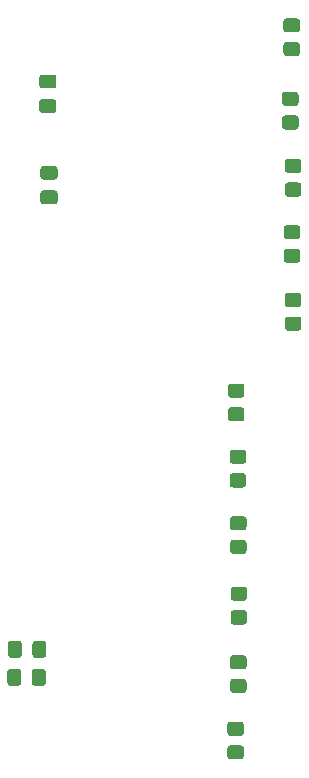
<source format=gbr>
%TF.GenerationSoftware,KiCad,Pcbnew,(5.1.12)-1*%
%TF.CreationDate,2024-09-26T07:51:33+09:00*%
%TF.ProjectId,imu_led_connect,696d755f-6c65-4645-9f63-6f6e6e656374,rev?*%
%TF.SameCoordinates,Original*%
%TF.FileFunction,Paste,Bot*%
%TF.FilePolarity,Positive*%
%FSLAX46Y46*%
G04 Gerber Fmt 4.6, Leading zero omitted, Abs format (unit mm)*
G04 Created by KiCad (PCBNEW (5.1.12)-1) date 2024-09-26 07:51:33*
%MOMM*%
%LPD*%
G01*
G04 APERTURE LIST*
G04 APERTURE END LIST*
%TO.C,R11*%
G36*
G01*
X70799999Y-130200000D02*
X71700001Y-130200000D01*
G75*
G02*
X71950000Y-130449999I0J-249999D01*
G01*
X71950000Y-131150001D01*
G75*
G02*
X71700001Y-131400000I-249999J0D01*
G01*
X70799999Y-131400000D01*
G75*
G02*
X70550000Y-131150001I0J249999D01*
G01*
X70550000Y-130449999D01*
G75*
G02*
X70799999Y-130200000I249999J0D01*
G01*
G37*
G36*
G01*
X70799999Y-128200000D02*
X71700001Y-128200000D01*
G75*
G02*
X71950000Y-128449999I0J-249999D01*
G01*
X71950000Y-129150001D01*
G75*
G02*
X71700001Y-129400000I-249999J0D01*
G01*
X70799999Y-129400000D01*
G75*
G02*
X70550000Y-129150001I0J249999D01*
G01*
X70550000Y-128449999D01*
G75*
G02*
X70799999Y-128200000I249999J0D01*
G01*
G37*
%TD*%
%TO.C,R10*%
G36*
G01*
X71024999Y-124575000D02*
X71925001Y-124575000D01*
G75*
G02*
X72175000Y-124824999I0J-249999D01*
G01*
X72175000Y-125525001D01*
G75*
G02*
X71925001Y-125775000I-249999J0D01*
G01*
X71024999Y-125775000D01*
G75*
G02*
X70775000Y-125525001I0J249999D01*
G01*
X70775000Y-124824999D01*
G75*
G02*
X71024999Y-124575000I249999J0D01*
G01*
G37*
G36*
G01*
X71024999Y-122575000D02*
X71925001Y-122575000D01*
G75*
G02*
X72175000Y-122824999I0J-249999D01*
G01*
X72175000Y-123525001D01*
G75*
G02*
X71925001Y-123775000I-249999J0D01*
G01*
X71024999Y-123775000D01*
G75*
G02*
X70775000Y-123525001I0J249999D01*
G01*
X70775000Y-122824999D01*
G75*
G02*
X71024999Y-122575000I249999J0D01*
G01*
G37*
%TD*%
%TO.C,R9*%
G36*
G01*
X71074999Y-118775000D02*
X71975001Y-118775000D01*
G75*
G02*
X72225000Y-119024999I0J-249999D01*
G01*
X72225000Y-119725001D01*
G75*
G02*
X71975001Y-119975000I-249999J0D01*
G01*
X71074999Y-119975000D01*
G75*
G02*
X70825000Y-119725001I0J249999D01*
G01*
X70825000Y-119024999D01*
G75*
G02*
X71074999Y-118775000I249999J0D01*
G01*
G37*
G36*
G01*
X71074999Y-116775000D02*
X71975001Y-116775000D01*
G75*
G02*
X72225000Y-117024999I0J-249999D01*
G01*
X72225000Y-117725001D01*
G75*
G02*
X71975001Y-117975000I-249999J0D01*
G01*
X71074999Y-117975000D01*
G75*
G02*
X70825000Y-117725001I0J249999D01*
G01*
X70825000Y-117024999D01*
G75*
G02*
X71074999Y-116775000I249999J0D01*
G01*
G37*
%TD*%
%TO.C,R8*%
G36*
G01*
X71024999Y-112800000D02*
X71925001Y-112800000D01*
G75*
G02*
X72175000Y-113049999I0J-249999D01*
G01*
X72175000Y-113750001D01*
G75*
G02*
X71925001Y-114000000I-249999J0D01*
G01*
X71024999Y-114000000D01*
G75*
G02*
X70775000Y-113750001I0J249999D01*
G01*
X70775000Y-113049999D01*
G75*
G02*
X71024999Y-112800000I249999J0D01*
G01*
G37*
G36*
G01*
X71024999Y-110800000D02*
X71925001Y-110800000D01*
G75*
G02*
X72175000Y-111049999I0J-249999D01*
G01*
X72175000Y-111750001D01*
G75*
G02*
X71925001Y-112000000I-249999J0D01*
G01*
X71024999Y-112000000D01*
G75*
G02*
X70775000Y-111750001I0J249999D01*
G01*
X70775000Y-111049999D01*
G75*
G02*
X71024999Y-110800000I249999J0D01*
G01*
G37*
%TD*%
%TO.C,R7*%
G36*
G01*
X70999999Y-107175000D02*
X71900001Y-107175000D01*
G75*
G02*
X72150000Y-107424999I0J-249999D01*
G01*
X72150000Y-108125001D01*
G75*
G02*
X71900001Y-108375000I-249999J0D01*
G01*
X70999999Y-108375000D01*
G75*
G02*
X70750000Y-108125001I0J249999D01*
G01*
X70750000Y-107424999D01*
G75*
G02*
X70999999Y-107175000I249999J0D01*
G01*
G37*
G36*
G01*
X70999999Y-105175000D02*
X71900001Y-105175000D01*
G75*
G02*
X72150000Y-105424999I0J-249999D01*
G01*
X72150000Y-106125001D01*
G75*
G02*
X71900001Y-106375000I-249999J0D01*
G01*
X70999999Y-106375000D01*
G75*
G02*
X70750000Y-106125001I0J249999D01*
G01*
X70750000Y-105424999D01*
G75*
G02*
X70999999Y-105175000I249999J0D01*
G01*
G37*
%TD*%
%TO.C,R6*%
G36*
G01*
X70849999Y-101575000D02*
X71750001Y-101575000D01*
G75*
G02*
X72000000Y-101824999I0J-249999D01*
G01*
X72000000Y-102525001D01*
G75*
G02*
X71750001Y-102775000I-249999J0D01*
G01*
X70849999Y-102775000D01*
G75*
G02*
X70600000Y-102525001I0J249999D01*
G01*
X70600000Y-101824999D01*
G75*
G02*
X70849999Y-101575000I249999J0D01*
G01*
G37*
G36*
G01*
X70849999Y-99575000D02*
X71750001Y-99575000D01*
G75*
G02*
X72000000Y-99824999I0J-249999D01*
G01*
X72000000Y-100525001D01*
G75*
G02*
X71750001Y-100775000I-249999J0D01*
G01*
X70849999Y-100775000D01*
G75*
G02*
X70600000Y-100525001I0J249999D01*
G01*
X70600000Y-99824999D01*
G75*
G02*
X70849999Y-99575000I249999J0D01*
G01*
G37*
%TD*%
%TO.C,R5*%
G36*
G01*
X76575001Y-93100000D02*
X75674999Y-93100000D01*
G75*
G02*
X75425000Y-92850001I0J249999D01*
G01*
X75425000Y-92149999D01*
G75*
G02*
X75674999Y-91900000I249999J0D01*
G01*
X76575001Y-91900000D01*
G75*
G02*
X76825000Y-92149999I0J-249999D01*
G01*
X76825000Y-92850001D01*
G75*
G02*
X76575001Y-93100000I-249999J0D01*
G01*
G37*
G36*
G01*
X76575001Y-95100000D02*
X75674999Y-95100000D01*
G75*
G02*
X75425000Y-94850001I0J249999D01*
G01*
X75425000Y-94149999D01*
G75*
G02*
X75674999Y-93900000I249999J0D01*
G01*
X76575001Y-93900000D01*
G75*
G02*
X76825000Y-94149999I0J-249999D01*
G01*
X76825000Y-94850001D01*
G75*
G02*
X76575001Y-95100000I-249999J0D01*
G01*
G37*
%TD*%
%TO.C,R4*%
G36*
G01*
X76475001Y-87350000D02*
X75574999Y-87350000D01*
G75*
G02*
X75325000Y-87100001I0J249999D01*
G01*
X75325000Y-86399999D01*
G75*
G02*
X75574999Y-86150000I249999J0D01*
G01*
X76475001Y-86150000D01*
G75*
G02*
X76725000Y-86399999I0J-249999D01*
G01*
X76725000Y-87100001D01*
G75*
G02*
X76475001Y-87350000I-249999J0D01*
G01*
G37*
G36*
G01*
X76475001Y-89350000D02*
X75574999Y-89350000D01*
G75*
G02*
X75325000Y-89100001I0J249999D01*
G01*
X75325000Y-88399999D01*
G75*
G02*
X75574999Y-88150000I249999J0D01*
G01*
X76475001Y-88150000D01*
G75*
G02*
X76725000Y-88399999I0J-249999D01*
G01*
X76725000Y-89100001D01*
G75*
G02*
X76475001Y-89350000I-249999J0D01*
G01*
G37*
%TD*%
%TO.C,R3*%
G36*
G01*
X76575001Y-81750000D02*
X75674999Y-81750000D01*
G75*
G02*
X75425000Y-81500001I0J249999D01*
G01*
X75425000Y-80799999D01*
G75*
G02*
X75674999Y-80550000I249999J0D01*
G01*
X76575001Y-80550000D01*
G75*
G02*
X76825000Y-80799999I0J-249999D01*
G01*
X76825000Y-81500001D01*
G75*
G02*
X76575001Y-81750000I-249999J0D01*
G01*
G37*
G36*
G01*
X76575001Y-83750000D02*
X75674999Y-83750000D01*
G75*
G02*
X75425000Y-83500001I0J249999D01*
G01*
X75425000Y-82799999D01*
G75*
G02*
X75674999Y-82550000I249999J0D01*
G01*
X76575001Y-82550000D01*
G75*
G02*
X76825000Y-82799999I0J-249999D01*
G01*
X76825000Y-83500001D01*
G75*
G02*
X76575001Y-83750000I-249999J0D01*
G01*
G37*
%TD*%
%TO.C,R2*%
G36*
G01*
X76325001Y-76075000D02*
X75424999Y-76075000D01*
G75*
G02*
X75175000Y-75825001I0J249999D01*
G01*
X75175000Y-75124999D01*
G75*
G02*
X75424999Y-74875000I249999J0D01*
G01*
X76325001Y-74875000D01*
G75*
G02*
X76575000Y-75124999I0J-249999D01*
G01*
X76575000Y-75825001D01*
G75*
G02*
X76325001Y-76075000I-249999J0D01*
G01*
G37*
G36*
G01*
X76325001Y-78075000D02*
X75424999Y-78075000D01*
G75*
G02*
X75175000Y-77825001I0J249999D01*
G01*
X75175000Y-77124999D01*
G75*
G02*
X75424999Y-76875000I249999J0D01*
G01*
X76325001Y-76875000D01*
G75*
G02*
X76575000Y-77124999I0J-249999D01*
G01*
X76575000Y-77825001D01*
G75*
G02*
X76325001Y-78075000I-249999J0D01*
G01*
G37*
%TD*%
%TO.C,R1*%
G36*
G01*
X76450001Y-69850000D02*
X75549999Y-69850000D01*
G75*
G02*
X75300000Y-69600001I0J249999D01*
G01*
X75300000Y-68899999D01*
G75*
G02*
X75549999Y-68650000I249999J0D01*
G01*
X76450001Y-68650000D01*
G75*
G02*
X76700000Y-68899999I0J-249999D01*
G01*
X76700000Y-69600001D01*
G75*
G02*
X76450001Y-69850000I-249999J0D01*
G01*
G37*
G36*
G01*
X76450001Y-71850000D02*
X75549999Y-71850000D01*
G75*
G02*
X75300000Y-71600001I0J249999D01*
G01*
X75300000Y-70899999D01*
G75*
G02*
X75549999Y-70650000I249999J0D01*
G01*
X76450001Y-70650000D01*
G75*
G02*
X76700000Y-70899999I0J-249999D01*
G01*
X76700000Y-71600001D01*
G75*
G02*
X76450001Y-71850000I-249999J0D01*
G01*
G37*
%TD*%
%TO.C,C4*%
G36*
G01*
X53100000Y-123975000D02*
X53100000Y-124925000D01*
G75*
G02*
X52850000Y-125175000I-250000J0D01*
G01*
X52175000Y-125175000D01*
G75*
G02*
X51925000Y-124925000I0J250000D01*
G01*
X51925000Y-123975000D01*
G75*
G02*
X52175000Y-123725000I250000J0D01*
G01*
X52850000Y-123725000D01*
G75*
G02*
X53100000Y-123975000I0J-250000D01*
G01*
G37*
G36*
G01*
X55175000Y-123975000D02*
X55175000Y-124925000D01*
G75*
G02*
X54925000Y-125175000I-250000J0D01*
G01*
X54250000Y-125175000D01*
G75*
G02*
X54000000Y-124925000I0J250000D01*
G01*
X54000000Y-123975000D01*
G75*
G02*
X54250000Y-123725000I250000J0D01*
G01*
X54925000Y-123725000D01*
G75*
G02*
X55175000Y-123975000I0J-250000D01*
G01*
G37*
%TD*%
%TO.C,C3*%
G36*
G01*
X53150000Y-121600000D02*
X53150000Y-122550000D01*
G75*
G02*
X52900000Y-122800000I-250000J0D01*
G01*
X52225000Y-122800000D01*
G75*
G02*
X51975000Y-122550000I0J250000D01*
G01*
X51975000Y-121600000D01*
G75*
G02*
X52225000Y-121350000I250000J0D01*
G01*
X52900000Y-121350000D01*
G75*
G02*
X53150000Y-121600000I0J-250000D01*
G01*
G37*
G36*
G01*
X55225000Y-121600000D02*
X55225000Y-122550000D01*
G75*
G02*
X54975000Y-122800000I-250000J0D01*
G01*
X54300000Y-122800000D01*
G75*
G02*
X54050000Y-122550000I0J250000D01*
G01*
X54050000Y-121600000D01*
G75*
G02*
X54300000Y-121350000I250000J0D01*
G01*
X54975000Y-121350000D01*
G75*
G02*
X55225000Y-121600000I0J-250000D01*
G01*
G37*
%TD*%
%TO.C,C2*%
G36*
G01*
X55925000Y-82325000D02*
X54975000Y-82325000D01*
G75*
G02*
X54725000Y-82075000I0J250000D01*
G01*
X54725000Y-81400000D01*
G75*
G02*
X54975000Y-81150000I250000J0D01*
G01*
X55925000Y-81150000D01*
G75*
G02*
X56175000Y-81400000I0J-250000D01*
G01*
X56175000Y-82075000D01*
G75*
G02*
X55925000Y-82325000I-250000J0D01*
G01*
G37*
G36*
G01*
X55925000Y-84400000D02*
X54975000Y-84400000D01*
G75*
G02*
X54725000Y-84150000I0J250000D01*
G01*
X54725000Y-83475000D01*
G75*
G02*
X54975000Y-83225000I250000J0D01*
G01*
X55925000Y-83225000D01*
G75*
G02*
X56175000Y-83475000I0J-250000D01*
G01*
X56175000Y-84150000D01*
G75*
G02*
X55925000Y-84400000I-250000J0D01*
G01*
G37*
%TD*%
%TO.C,C1*%
G36*
G01*
X55825000Y-74587500D02*
X54875000Y-74587500D01*
G75*
G02*
X54625000Y-74337500I0J250000D01*
G01*
X54625000Y-73662500D01*
G75*
G02*
X54875000Y-73412500I250000J0D01*
G01*
X55825000Y-73412500D01*
G75*
G02*
X56075000Y-73662500I0J-250000D01*
G01*
X56075000Y-74337500D01*
G75*
G02*
X55825000Y-74587500I-250000J0D01*
G01*
G37*
G36*
G01*
X55825000Y-76662500D02*
X54875000Y-76662500D01*
G75*
G02*
X54625000Y-76412500I0J250000D01*
G01*
X54625000Y-75737500D01*
G75*
G02*
X54875000Y-75487500I250000J0D01*
G01*
X55825000Y-75487500D01*
G75*
G02*
X56075000Y-75737500I0J-250000D01*
G01*
X56075000Y-76412500D01*
G75*
G02*
X55825000Y-76662500I-250000J0D01*
G01*
G37*
%TD*%
M02*

</source>
